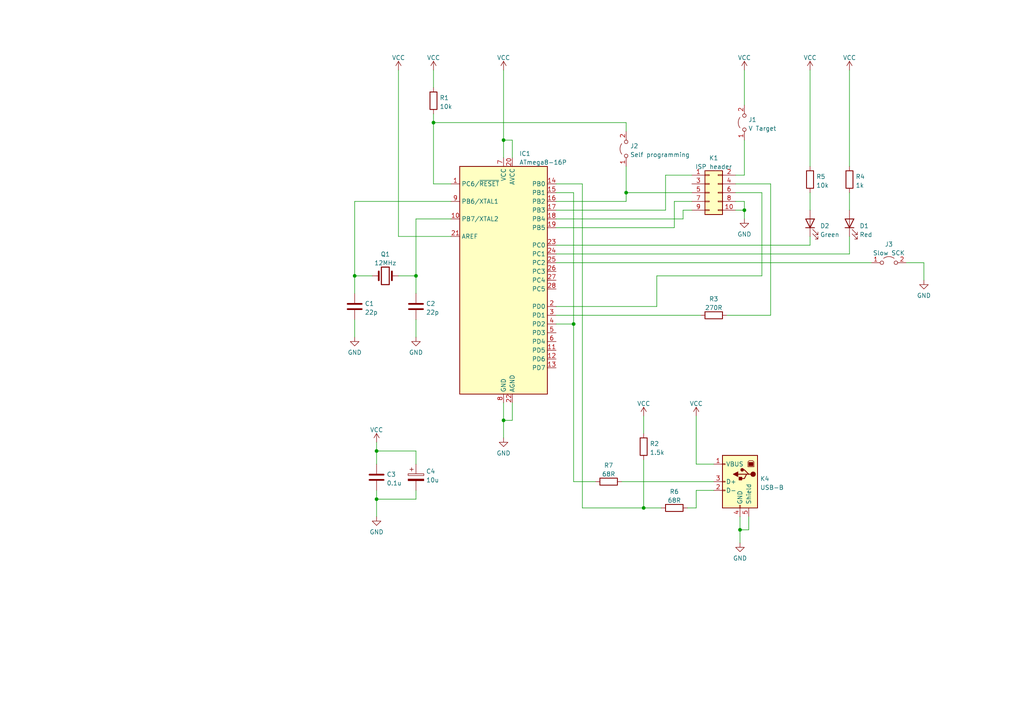
<source format=kicad_sch>
(kicad_sch (version 20231120) (generator "eeschema") (generator_version "8.0")
  (paper "A4")
  (lib_symbols
    (symbol "Connector:USB_B" (pin_names (offset 1.016))
      (property "Reference" "J" (at -5.08 11.43 0))
      (property "Value" "USB_B" (at -5.08 8.89 0))
      (symbol "USB_B_0_1"
        (rectangle (start -5.08 -7.62) (end 5.08 7.62) (stroke (width 0.254)) (fill (type background)))
        (circle (center -3.81 2.159) (radius 0.635) (stroke (width 0.254)) (fill (type outline)))
        (rectangle (start -3.81 5.588) (end -2.54 4.572) (fill (type outline)))
        (circle (center -0.635 3.429) (radius 0.381) (stroke (width 0.254)) (fill (type outline)))
        (rectangle (start -0.127 -7.62) (end 0.127 -6.858))
        (polyline (pts (xy -1.905 2.159) (xy 0.635 2.159)) (stroke (width 0.254)))
        (polyline (pts (xy -3.175 2.159) (xy -2.54 2.159) (xy -1.27 3.429) (xy -0.635 3.429)) (stroke (width 0.254)))
        (polyline (pts (xy -2.54 2.159) (xy -1.905 2.159) (xy -1.27 0.889) (xy 0 0.889)) (stroke (width 0.254)))
        (polyline (pts (xy 0.635 2.794) (xy 0.635 1.524) (xy 1.905 2.159) (xy 0.635 2.794)) (stroke (width 0.254)) (fill (type outline)))
        (polyline (pts (xy -4.064 4.318) (xy -2.286 4.318) (xy -2.286 5.715) (xy -2.667 6.096) (xy -3.683 6.096) (xy -4.064 5.715) (xy -4.064 4.318)))
        (rectangle (start 0.254 1.27) (end -0.508 0.508) (stroke (width 0.254)) (fill (type outline)))
        (rectangle (start 5.08 -2.667) (end 4.318 -2.413))
        (rectangle (start 5.08 -0.127) (end 4.318 0.127))
        (rectangle (start 5.08 4.953) (end 4.318 5.207))
      )
      (symbol "USB_B_1_1"
        (pin power_out line (at 7.62 5.08 180) (length 2.54) (name "VBUS") (number "1"))
        (pin bidirectional line (at 7.62 -2.54 180) (length 2.54) (name "D-") (number "2"))
        (pin bidirectional line (at 7.62 0 180) (length 2.54) (name "D+") (number "3"))
        (pin power_out line (at 0 -10.16 90) (length 2.54) (name "GND") (number "4"))
        (pin passive line (at -2.54 -10.16 90) (length 2.54) (name "Shield") (number "5"))
      )
    )
    (symbol "Connector_Generic:Conn_02x05_Odd_Even" (pin_names (offset 1.016) hide)
      (property "Reference" "J" (at 1.27 7.62 0))
      (property "Value" "Conn_02x05_Odd_Even" (at 1.27 -7.62 0))
      (symbol "Conn_02x05_Odd_Even_1_1"
        (rectangle (start -1.27 -4.953) (end 0 -5.207) (stroke (width 0.1524)))
        (rectangle (start -1.27 -2.413) (end 0 -2.667) (stroke (width 0.1524)))
        (rectangle (start -1.27 0.127) (end 0 -0.127) (stroke (width 0.1524)))
        (rectangle (start -1.27 2.667) (end 0 2.413) (stroke (width 0.1524)))
        (rectangle (start -1.27 5.207) (end 0 4.953) (stroke (width 0.1524)))
        (rectangle (start -1.27 6.35) (end 3.81 -6.35) (stroke (width 0.254)) (fill (type background)))
        (rectangle (start 3.81 -4.953) (end 2.54 -5.207) (stroke (width 0.1524)))
        (rectangle (start 3.81 -2.413) (end 2.54 -2.667) (stroke (width 0.1524)))
        (rectangle (start 3.81 0.127) (end 2.54 -0.127) (stroke (width 0.1524)))
        (rectangle (start 3.81 2.667) (end 2.54 2.413) (stroke (width 0.1524)))
        (rectangle (start 3.81 5.207) (end 2.54 4.953) (stroke (width 0.1524)))
        (pin passive line (at -5.08 5.08 0) (length 3.81) (name "Pin_1") (number "1"))
        (pin passive line (at 7.62 -5.08 180) (length 3.81) (name "Pin_10") (number "10"))
        (pin passive line (at 7.62 5.08 180) (length 3.81) (name "Pin_2") (number "2"))
        (pin passive line (at -5.08 2.54 0) (length 3.81) (name "Pin_3") (number "3"))
        (pin passive line (at 7.62 2.54 180) (length 3.81) (name "Pin_4") (number "4"))
        (pin passive line (at -5.08 0 0) (length 3.81) (name "Pin_5") (number "5"))
        (pin passive line (at 7.62 0 180) (length 3.81) (name "Pin_6") (number "6"))
        (pin passive line (at -5.08 -2.54 0) (length 3.81) (name "Pin_7") (number "7"))
        (pin passive line (at 7.62 -2.54 180) (length 3.81) (name "Pin_8") (number "8"))
        (pin passive line (at -5.08 -5.08 0) (length 3.81) (name "Pin_9") (number "9"))
      )
    )
    (symbol "Device:C" (pin_numbers hide) (pin_names (offset 0.254))
      (property "Reference" "C" (at 0.635 2.54 0))
      (property "Value" "C" (at 0.635 -2.54 0))
      (symbol "C_0_1"
        (polyline (pts (xy -2.032 -0.762) (xy 2.032 -0.762)) (stroke (width 0.508)))
        (polyline (pts (xy -2.032 0.762) (xy 2.032 0.762)) (stroke (width 0.508)))
      )
      (symbol "C_1_1"
        (pin passive line (at 0 3.81 270) (length 2.794) (name "~") (number "1"))
        (pin passive line (at 0 -3.81 90) (length 2.794) (name "~") (number "2"))
      )
    )
    (symbol "Device:C_Polarized" (pin_numbers hide) (pin_names (offset 0.254))
      (property "Reference" "C" (at 0.635 2.54 0))
      (property "Value" "C_Polarized" (at 0.635 -2.54 0))
      (symbol "C_Polarized_0_1"
        (rectangle (start -2.286 0.508) (end 2.286 1.016))
        (polyline (pts (xy -1.778 2.286) (xy -0.762 2.286)))
        (polyline (pts (xy -1.27 2.794) (xy -1.27 1.778)))
        (rectangle (start 2.286 -0.508) (end -2.286 -1.016) (fill (type outline)))
      )
      (symbol "C_Polarized_1_1"
        (pin passive line (at 0 3.81 270) (length 2.794) (name "~") (number "1"))
        (pin passive line (at 0 -3.81 90) (length 2.794) (name "~") (number "2"))
      )
    )
    (symbol "Device:Crystal" (pin_numbers hide) (pin_names (offset 1.016) hide)
      (property "Reference" "Y" (at 0 3.81 0))
      (property "Value" "Crystal" (at 0 -3.81 0))
      (symbol "Crystal_0_1"
        (rectangle (start -1.143 2.54) (end 1.143 -2.54) (stroke (width 0.3048)))
        (polyline (pts (xy -2.54 0) (xy -1.905 0)))
        (polyline (pts (xy -1.905 -1.27) (xy -1.905 1.27)) (stroke (width 0.508)))
        (polyline (pts (xy 1.905 -1.27) (xy 1.905 1.27)) (stroke (width 0.508)))
        (polyline (pts (xy 2.54 0) (xy 1.905 0)))
      )
      (symbol "Crystal_1_1"
        (pin passive line (at -3.81 0 0) (length 1.27) (name "1") (number "1"))
        (pin passive line (at 3.81 0 180) (length 1.27) (name "2") (number "2"))
      )
    )
    (symbol "Device:LED" (pin_numbers hide) (pin_names (offset 1.016) hide)
      (property "Reference" "D" (at 0 2.54 0))
      (property "Value" "LED" (at 0 -2.54 0))
      (symbol "LED_0_1"
        (polyline (pts (xy -1.27 -1.27) (xy -1.27 1.27)) (stroke (width 0.254)))
        (polyline (pts (xy -1.27 0) (xy 1.27 0)))
        (polyline (pts (xy 1.27 -1.27) (xy 1.27 1.27) (xy -1.27 0) (xy 1.27 -1.27)) (stroke (width 0.254)))
        (polyline (pts (xy -3.048 -0.762) (xy -4.572 -2.286) (xy -3.81 -2.286) (xy -4.572 -2.286) (xy -4.572 -1.524)))
        (polyline (pts (xy -1.778 -0.762) (xy -3.302 -2.286) (xy -2.54 -2.286) (xy -3.302 -2.286) (xy -3.302 -1.524)))
      )
      (symbol "LED_1_1"
        (pin passive line (at -3.81 0 0) (length 2.54) (name "K") (number "1"))
        (pin passive line (at 3.81 0 180) (length 2.54) (name "A") (number "2"))
      )
    )
    (symbol "Device:R" (pin_numbers hide) (pin_names (offset 0))
      (property "Reference" "R" (at 2.032 0 90))
      (property "Value" "R" (at 0 0 90))
      (symbol "R_0_1"
        (rectangle (start -1.016 -2.54) (end 1.016 2.54) (stroke (width 0.254)))
      )
      (symbol "R_1_1"
        (pin passive line (at 0 3.81 270) (length 1.27) (name "~") (number "1"))
        (pin passive line (at 0 -3.81 90) (length 1.27) (name "~") (number "2"))
      )
    )
    (symbol "Jumper:Jumper_2_Open" (pin_names (offset 0) hide)
      (property "Reference" "JP" (at 0 2.794 0))
      (property "Value" "Jumper_2_Open" (at 0 -2.286 0))
      (symbol "Jumper_2_Open_0_0"
        (circle (center -2.032 0) (radius 0.508))
        (circle (center 2.032 0) (radius 0.508))
      )
      (symbol "Jumper_2_Open_0_1"
        (arc (start 1.524 1.27) (mid 0 1.778) (end -1.524 1.27))
      )
      (symbol "Jumper_2_Open_1_1"
        (pin passive line (at -5.08 0 0) (length 2.54) (name "A") (number "1"))
        (pin passive line (at 5.08 0 180) (length 2.54) (name "B") (number "2"))
      )
    )
    (symbol "MCU_Microchip_ATmega:ATmega8-16P"
      (property "Reference" "U" (at -12.7 34.29 0))
      (property "Value" "ATmega8-16P" (at 5.08 -34.29 0))
      (symbol "ATmega8-16P_0_1"
        (rectangle (start -12.7 -33.02) (end 12.7 33.02) (stroke (width 0.254)) (fill (type background)))
      )
      (symbol "ATmega8-16P_1_1"
        (pin bidirectional line (at -15.24 27.94 0) (length 2.54) (name "PC6/~{RESET}") (number "1"))
        (pin bidirectional line (at -15.24 17.78 0) (length 2.54) (name "PB7/XTAL2") (number "10"))
        (pin bidirectional line (at 15.24 -20.32 180) (length 2.54) (name "PD5") (number "11"))
        (pin bidirectional line (at 15.24 -22.86 180) (length 2.54) (name "PD6") (number "12"))
        (pin bidirectional line (at 15.24 -25.4 180) (length 2.54) (name "PD7") (number "13"))
        (pin bidirectional line (at 15.24 27.94 180) (length 2.54) (name "PB0") (number "14"))
        (pin bidirectional line (at 15.24 25.4 180) (length 2.54) (name "PB1") (number "15"))
        (pin bidirectional line (at 15.24 22.86 180) (length 2.54) (name "PB2") (number "16"))
        (pin bidirectional line (at 15.24 20.32 180) (length 2.54) (name "PB3") (number "17"))
        (pin bidirectional line (at 15.24 17.78 180) (length 2.54) (name "PB4") (number "18"))
        (pin bidirectional line (at 15.24 15.24 180) (length 2.54) (name "PB5") (number "19"))
        (pin bidirectional line (at 15.24 -7.62 180) (length 2.54) (name "PD0") (number "2"))
        (pin power_in line (at 2.54 35.56 270) (length 2.54) (name "AVCC") (number "20"))
        (pin passive line (at -15.24 12.7 0) (length 2.54) (name "AREF") (number "21"))
        (pin power_in line (at 2.54 -35.56 90) (length 2.54) (name "AGND") (number "22"))
        (pin bidirectional line (at 15.24 10.16 180) (length 2.54) (name "PC0") (number "23"))
        (pin bidirectional line (at 15.24 7.62 180) (length 2.54) (name "PC1") (number "24"))
        (pin bidirectional line (at 15.24 5.08 180) (length 2.54) (name "PC2") (number "25"))
        (pin bidirectional line (at 15.24 2.54 180) (length 2.54) (name "PC3") (number "26"))
        (pin bidirectional line (at 15.24 0 180) (length 2.54) (name "PC4") (number "27"))
        (pin bidirectional line (at 15.24 -2.54 180) (length 2.54) (name "PC5") (number "28"))
        (pin bidirectional line (at 15.24 -10.16 180) (length 2.54) (name "PD1") (number "3"))
        (pin bidirectional line (at 15.24 -12.7 180) (length 2.54) (name "PD2") (number "4"))
        (pin bidirectional line (at 15.24 -15.24 180) (length 2.54) (name "PD3") (number "5"))
        (pin bidirectional line (at 15.24 -17.78 180) (length 2.54) (name "PD4") (number "6"))
        (pin power_in line (at 0 35.56 270) (length 2.54) (name "VCC") (number "7"))
        (pin power_in line (at 0 -35.56 90) (length 2.54) (name "GND") (number "8"))
        (pin bidirectional line (at -15.24 22.86 0) (length 2.54) (name "PB6/XTAL1") (number "9"))
      )
    )
    (symbol "power:GND" (power) (pin_names (offset 0))
      (property "Value" "GND" (at 0 -3.81 0))
      (symbol "GND_0_1"
        (polyline (pts (xy 0 0) (xy 0 -1.27) (xy 1.27 -1.27) (xy 0 -2.54) (xy -1.27 -1.27) (xy 0 -1.27)))
      )
      (symbol "GND_1_1"
        (pin power_in line (at 0 0 270) (length 0) hide (name "GND") (number "1"))
      )
    )
    (symbol "power:VCC" (power) (pin_names (offset 0))
      (property "Value" "VCC" (at 0 3.81 0))
      (symbol "VCC_0_1"
        (polyline (pts (xy -0.762 1.27) (xy 0 2.54)))
        (polyline (pts (xy 0 0) (xy 0 2.54)))
        (polyline (pts (xy 0 2.54) (xy 0.762 1.27)))
      )
      (symbol "VCC_1_1"
        (pin power_in line (at 0 0 90) (length 0) hide (name "VCC") (number "1"))
      )
    )
  )
  (junction (at 215.9 60.96))
  (junction (at 146.05 40.64))
  (junction (at 181.61 55.88))
  (junction (at 146.05 121.92))
  (junction (at 166.37 93.98))
  (junction (at 214.63 153.67))
  (junction (at 109.22 144.78))
  (junction (at 125.73 35.56))
  (junction (at 109.22 130.81))
  (junction (at 102.87 80.01))
  (junction (at 120.65 80.01))
  (junction (at 186.69 147.32))
  (wire (pts (xy 220.98 80.01) (xy 220.98 55.88)))
  (wire (pts (xy 193.04 50.8) (xy 200.66 50.8)))
  (wire (pts (xy 198.12 63.5) (xy 198.12 60.96)))
  (wire (pts (xy 220.98 55.88) (xy 213.36 55.88)))
  (wire (pts (xy 161.29 93.98) (xy 166.37 93.98)))
  (wire (pts (xy 161.29 88.9) (xy 190.5 88.9)))
  (wire (pts (xy 148.59 45.72) (xy 148.59 40.64)))
  (wire (pts (xy 102.87 85.09) (xy 102.87 80.01)))
  (wire (pts (xy 215.9 58.42) (xy 215.9 60.96)))
  (wire (pts (xy 161.29 63.5) (xy 198.12 63.5)))
  (wire (pts (xy 214.63 153.67) (xy 217.17 153.67)))
  (wire (pts (xy 125.73 35.56) (xy 181.61 35.56)))
  (wire (pts (xy 148.59 116.84) (xy 148.59 121.92)))
  (wire (pts (xy 120.65 130.81) (xy 120.65 134.62)))
  (wire (pts (xy 120.65 92.71) (xy 120.65 97.79)))
  (wire (pts (xy 146.05 121.92) (xy 146.05 127)))
  (wire (pts (xy 130.81 68.58) (xy 115.57 68.58)))
  (wire (pts (xy 120.65 63.5) (xy 130.81 63.5)))
  (wire (pts (xy 186.69 120.65) (xy 186.69 125.73)))
  (wire (pts (xy 148.59 40.64) (xy 146.05 40.64)))
  (wire (pts (xy 161.29 71.12) (xy 234.95 71.12)))
  (wire (pts (xy 146.05 40.64) (xy 146.05 45.72)))
  (wire (pts (xy 234.95 20.32) (xy 234.95 48.26)))
  (wire (pts (xy 180.34 139.7) (xy 207.01 139.7)))
  (wire (pts (xy 161.29 76.2) (xy 252.73 76.2)))
  (wire (pts (xy 168.91 53.34) (xy 168.91 147.32)))
  (wire (pts (xy 181.61 55.88) (xy 200.66 55.88)))
  (wire (pts (xy 166.37 55.88) (xy 166.37 93.98)))
  (wire (pts (xy 213.36 53.34) (xy 223.52 53.34)))
  (wire (pts (xy 198.12 60.96) (xy 200.66 60.96)))
  (wire (pts (xy 115.57 20.32) (xy 115.57 68.58)))
  (wire (pts (xy 193.04 60.96) (xy 193.04 50.8)))
  (wire (pts (xy 120.65 80.01) (xy 120.65 63.5)))
  (wire (pts (xy 109.22 144.78) (xy 109.22 149.86)))
  (wire (pts (xy 201.93 134.62) (xy 201.93 120.65)))
  (wire (pts (xy 213.36 60.96) (xy 215.9 60.96)))
  (wire (pts (xy 207.01 134.62) (xy 201.93 134.62)))
  (wire (pts (xy 195.58 58.42) (xy 200.66 58.42)))
  (wire (pts (xy 161.29 58.42) (xy 181.61 58.42)))
  (wire (pts (xy 190.5 88.9) (xy 190.5 80.01)))
  (wire (pts (xy 246.38 55.88) (xy 246.38 60.96)))
  (wire (pts (xy 166.37 93.98) (xy 166.37 139.7)))
  (wire (pts (xy 161.29 73.66) (xy 246.38 73.66)))
  (wire (pts (xy 109.22 130.81) (xy 120.65 130.81)))
  (wire (pts (xy 109.22 130.81) (xy 109.22 134.62)))
  (wire (pts (xy 181.61 48.26) (xy 181.61 55.88)))
  (wire (pts (xy 120.65 144.78) (xy 120.65 142.24)))
  (wire (pts (xy 199.39 147.32) (xy 201.93 147.32)))
  (wire (pts (xy 214.63 153.67) (xy 214.63 157.48)))
  (wire (pts (xy 214.63 149.86) (xy 214.63 153.67)))
  (wire (pts (xy 168.91 147.32) (xy 186.69 147.32)))
  (wire (pts (xy 186.69 133.35) (xy 186.69 147.32)))
  (wire (pts (xy 215.9 60.96) (xy 215.9 63.5)))
  (wire (pts (xy 246.38 73.66) (xy 246.38 68.58)))
  (wire (pts (xy 213.36 58.42) (xy 215.9 58.42)))
  (wire (pts (xy 215.9 50.8) (xy 215.9 40.64)))
  (wire (pts (xy 102.87 92.71) (xy 102.87 97.79)))
  (wire (pts (xy 130.81 53.34) (xy 125.73 53.34)))
  (wire (pts (xy 215.9 20.32) (xy 215.9 30.48)))
  (wire (pts (xy 109.22 144.78) (xy 120.65 144.78)))
  (wire (pts (xy 102.87 58.42) (xy 130.81 58.42)))
  (wire (pts (xy 262.89 76.2) (xy 267.97 76.2)))
  (wire (pts (xy 217.17 149.86) (xy 217.17 153.67)))
  (wire (pts (xy 161.29 60.96) (xy 193.04 60.96)))
  (wire (pts (xy 109.22 128.27) (xy 109.22 130.81)))
  (wire (pts (xy 125.73 53.34) (xy 125.73 35.56)))
  (wire (pts (xy 109.22 142.24) (xy 109.22 144.78)))
  (wire (pts (xy 120.65 80.01) (xy 120.65 85.09)))
  (wire (pts (xy 102.87 80.01) (xy 107.95 80.01)))
  (wire (pts (xy 148.59 121.92) (xy 146.05 121.92)))
  (wire (pts (xy 210.82 91.44) (xy 223.52 91.44)))
  (wire (pts (xy 146.05 116.84) (xy 146.05 121.92)))
  (wire (pts (xy 186.69 147.32) (xy 191.77 147.32)))
  (wire (pts (xy 213.36 50.8) (xy 215.9 50.8)))
  (wire (pts (xy 181.61 55.88) (xy 181.61 58.42)))
  (wire (pts (xy 246.38 20.32) (xy 246.38 48.26)))
  (wire (pts (xy 161.29 66.04) (xy 195.58 66.04)))
  (wire (pts (xy 195.58 66.04) (xy 195.58 58.42)))
  (wire (pts (xy 190.5 80.01) (xy 220.98 80.01)))
  (wire (pts (xy 234.95 55.88) (xy 234.95 60.96)))
  (wire (pts (xy 125.73 20.32) (xy 125.73 25.4)))
  (wire (pts (xy 125.73 35.56) (xy 125.73 33.02)))
  (wire (pts (xy 166.37 139.7) (xy 172.72 139.7)))
  (wire (pts (xy 161.29 53.34) (xy 168.91 53.34)))
  (wire (pts (xy 161.29 91.44) (xy 203.2 91.44)))
  (wire (pts (xy 146.05 20.32) (xy 146.05 40.64)))
  (wire (pts (xy 181.61 38.1) (xy 181.61 35.56)))
  (wire (pts (xy 223.52 91.44) (xy 223.52 53.34)))
  (wire (pts (xy 115.57 80.01) (xy 120.65 80.01)))
  (wire (pts (xy 102.87 58.42) (xy 102.87 80.01)))
  (wire (pts (xy 201.93 147.32) (xy 201.93 142.24)))
  (wire (pts (xy 267.97 76.2) (xy 267.97 81.28)))
  (wire (pts (xy 234.95 71.12) (xy 234.95 68.58)))
  (wire (pts (xy 201.93 142.24) (xy 207.01 142.24)))
  (wire (pts (xy 161.29 55.88) (xy 166.37 55.88)))
  (symbol (lib_id "Device:LED") (at 246.38 64.77 90) (unit 1)
    (property "Reference" "D1" (at 249.301 65.5228 90) (effects (justify right)))
    (property "Value" "Red" (at 249.301 68.0597 90) (effects (justify right)))
    (property "Footprint" "My_Misc:LED_D5.0mm_larger_pads" (effects (hide yes)))
  )
  (symbol (lib_id "Connector:USB_B") (at 214.63 139.7 0) (mirror y) (unit 1)
    (property "Reference" "K4" (at 220.472 138.8653 0) (effects (justify right)))
    (property "Value" "USB-B" (at 220.472 141.4022 0) (effects (justify right)))
    (property "Footprint" "My_Misc:USB_B_OST_USB-B1HSxx_Horizontal_large" (effects (hide yes)))
    (property "Datasheet" " ~" (effects (hide yes)))
  )
  (symbol (lib_id "Device:C") (at 102.87 88.9 0) (unit 1)
    (property "Reference" "C1" (at 105.791 88.0653 0) (effects (justify left)))
    (property "Value" "22p" (at 105.791 90.6022 0) (effects (justify left)))
    (property "Footprint" "My_Misc:C_Disc_D3.0mm_W1.6mm_P2.50mm_larg" (effects (hide yes)))
  )
  (symbol (lib_id "power:VCC") (at 246.38 20.32 0) (unit 1)
    (property "Reference" "#PWR0110" (effects (hide yes)))
    (property "Value" "VCC" (at 246.38 16.7442 0))
  )
  (symbol (lib_id "Device:R") (at 176.53 139.7 90) (unit 1)
    (property "Reference" "R7" (at 176.53 134.9842 90))
    (property "Value" "68R" (at 176.53 137.5211 90))
    (property "Footprint" "My_Misc:R_Axial_DIN0207_L6.3mm_D2.5mm_P10.16mm_Horizontal_larger_pads" (effects (hide yes)))
  )
  (symbol (lib_id "Jumper:Jumper_2_Open") (at 257.81 76.2 0) (unit 1)
    (property "Reference" "J3" (at 257.81 70.8492 0))
    (property "Value" "Slow SCK" (at 257.81 73.3861 0))
    (property "Footprint" "My_Parts:Jumper_1x02_P2.54mm_large" (effects (hide yes)))
  )
  (symbol (lib_id "Jumper:Jumper_2_Open") (at 215.9 35.56 90) (unit 1)
    (property "Reference" "J1" (at 217.043 34.7253 90) (effects (justify right)))
    (property "Value" "V Target" (at 217.043 37.2622 90) (effects (justify right)))
    (property "Footprint" "My_Parts:Jumper_1x02_P2.54mm_large" (effects (hide yes)))
  )
  (symbol (lib_id "power:VCC") (at 215.9 20.32 0) (unit 1)
    (property "Reference" "#PWR0112" (effects (hide yes)))
    (property "Value" "VCC" (at 215.9 16.7442 0))
  )
  (symbol (lib_id "Device:R") (at 207.01 91.44 90) (unit 1)
    (property "Reference" "R3" (at 207.01 86.7242 90))
    (property "Value" "270R" (at 207.01 89.2611 90))
    (property "Footprint" "My_Misc:R_Axial_DIN0207_L6.3mm_D2.5mm_P10.16mm_Horizontal_larger_pads" (effects (hide yes)))
  )
  (symbol (lib_id "power:GND") (at 146.05 127 0) (unit 1)
    (property "Reference" "#PWR0107" (effects (hide yes)))
    (property "Value" "GND" (at 146.05 131.4434 0))
  )
  (symbol (lib_id "power:GND") (at 214.63 157.48 0) (unit 1)
    (property "Reference" "#PWR0103" (effects (hide yes)))
    (property "Value" "GND" (at 214.63 161.9234 0))
  )
  (symbol (lib_id "power:GND") (at 102.87 97.79 0) (unit 1)
    (property "Reference" "#PWR0114" (effects (hide yes)))
    (property "Value" "GND" (at 102.87 102.2334 0))
  )
  (symbol (lib_id "power:VCC") (at 186.69 120.65 0) (unit 1)
    (property "Reference" "#PWR0102" (effects (hide yes)))
    (property "Value" "VCC" (at 186.69 117.0742 0))
  )
  (symbol (lib_id "power:GND") (at 215.9 63.5 0) (unit 1)
    (property "Reference" "#PWR0111" (effects (hide yes)))
    (property "Value" "GND" (at 215.9 67.9434 0))
  )
  (symbol (lib_id "Device:R") (at 125.73 29.21 0) (unit 1)
    (property "Reference" "R1" (at 127.508 28.3753 0) (effects (justify left)))
    (property "Value" "10k" (at 127.508 30.9122 0) (effects (justify left)))
    (property "Footprint" "My_Misc:R_Axial_DIN0207_L6.3mm_D2.5mm_P10.16mm_Horizontal_larger_pads" (effects (hide yes)))
  )
  (symbol (lib_id "Device:R") (at 195.58 147.32 90) (unit 1)
    (property "Reference" "R6" (at 195.58 142.6042 90))
    (property "Value" "68R" (at 195.58 145.1411 90))
    (property "Footprint" "My_Misc:R_Axial_DIN0207_L6.3mm_D2.5mm_P10.16mm_Horizontal_larger_pads" (effects (hide yes)))
  )
  (symbol (lib_id "Device:C") (at 109.22 138.43 0) (unit 1)
    (property "Reference" "C3" (at 112.141 137.5953 0) (effects (justify left)))
    (property "Value" "0.1u" (at 112.141 140.1322 0) (effects (justify left)))
    (property "Footprint" "My_Misc:C_Disc_D3.0mm_W1.6mm_P2.50mm_larg" (effects (hide yes)))
  )
  (symbol (lib_id "power:VCC") (at 201.93 120.65 0) (unit 1)
    (property "Reference" "#PWR0101" (effects (hide yes)))
    (property "Value" "VCC" (at 201.93 117.0742 0))
  )
  (symbol (lib_id "Device:Crystal") (at 111.76 80.01 0) (unit 1)
    (property "Reference" "Q1" (at 111.76 73.7448 0))
    (property "Value" "12MHz" (at 111.76 76.2817 0))
    (property "Footprint" "My_Misc:Crystal_HC49-4H_Vertical_large" (effects (hide yes)))
  )
  (symbol (lib_id "Device:C_Polarized") (at 120.65 138.43 0) (unit 1)
    (property "Reference" "C4" (at 123.571 136.7063 0) (effects (justify left)))
    (property "Value" "10u" (at 123.571 139.2432 0) (effects (justify left)))
    (property "Footprint" "My_Misc:CP_Radial_D5.0mm_P2.50mm_larger_pads" (effects (hide yes)))
  )
  (symbol (lib_id "Device:R") (at 246.38 52.07 0) (unit 1)
    (property "Reference" "R4" (at 248.158 51.2353 0) (effects (justify left)))
    (property "Value" "1k" (at 248.158 53.7722 0) (effects (justify left)))
    (property "Footprint" "My_Misc:R_Axial_DIN0207_L6.3mm_D2.5mm_P10.16mm_Horizontal_larger_pads" (effects (hide yes)))
  )
  (symbol (lib_id "Jumper:Jumper_2_Open") (at 181.61 43.18 90) (unit 1)
    (property "Reference" "J2" (at 182.753 42.3453 90) (effects (justify right)))
    (property "Value" "Self programming" (at 182.753 44.8822 90) (effects (justify right)))
    (property "Footprint" "My_Parts:Jumper_1x02_P2.54mm_large" (effects (hide yes)))
  )
  (symbol (lib_id "power:VCC") (at 115.57 20.32 0) (unit 1)
    (property "Reference" "#PWR0105" (effects (hide yes)))
    (property "Value" "VCC" (at 115.57 16.7442 0))
  )
  (symbol (lib_id "power:VCC") (at 125.73 20.32 0) (unit 1)
    (property "Reference" "#PWR0104" (effects (hide yes)))
    (property "Value" "VCC" (at 125.73 16.7442 0))
  )
  (symbol (lib_id "power:GND") (at 120.65 97.79 0) (unit 1)
    (property "Reference" "#PWR0113" (effects (hide yes)))
    (property "Value" "GND" (at 120.65 102.2334 0))
  )
  (symbol (lib_id "power:VCC") (at 109.22 128.27 0) (unit 1)
    (property "Reference" "#PWR0115" (effects (hide yes)))
    (property "Value" "VCC" (at 109.22 124.6942 0))
  )
  (symbol (lib_id "Device:C") (at 120.65 88.9 0) (unit 1)
    (property "Reference" "C2" (at 123.571 88.0653 0) (effects (justify left)))
    (property "Value" "22p" (at 123.571 90.6022 0) (effects (justify left)))
    (property "Footprint" "My_Misc:C_Disc_D3.0mm_W1.6mm_P2.50mm_larg" (effects (hide yes)))
  )
  (symbol (lib_id "Device:LED") (at 234.95 64.77 90) (unit 1)
    (property "Reference" "D2" (at 237.871 65.5228 90) (effects (justify right)))
    (property "Value" "Green" (at 237.871 68.0597 90) (effects (justify right)))
    (property "Footprint" "My_Misc:LED_D5.0mm_larger_pads" (effects (hide yes)))
  )
  (symbol (lib_id "power:VCC") (at 234.95 20.32 0) (unit 1)
    (property "Reference" "#PWR0109" (effects (hide yes)))
    (property "Value" "VCC" (at 234.95 16.7442 0))
  )
  (symbol (lib_id "Device:R") (at 186.69 129.54 0) (unit 1)
    (property "Reference" "R2" (at 188.468 128.7053 0) (effects (justify left)))
    (property "Value" "1.5k" (at 188.468 131.2422 0) (effects (justify left)))
    (property "Footprint" "My_Misc:R_Axial_DIN0207_L6.3mm_D2.5mm_P10.16mm_Horizontal_larger_pads" (effects (hide yes)))
  )
  (symbol (lib_id "power:VCC") (at 146.05 20.32 0) (unit 1)
    (property "Reference" "#PWR0106" (effects (hide yes)))
    (property "Value" "VCC" (at 146.05 16.7442 0))
  )
  (symbol (lib_id "power:GND") (at 267.97 81.28 0) (unit 1)
    (property "Reference" "#PWR0108" (effects (hide yes)))
    (property "Value" "GND" (at 267.97 85.7234 0))
  )
  (symbol (lib_id "Device:R") (at 234.95 52.07 0) (unit 1)
    (property "Reference" "R5" (at 236.728 51.2353 0) (effects (justify left)))
    (property "Value" "10k" (at 236.728 53.7722 0) (effects (justify left)))
    (property "Footprint" "My_Misc:R_Axial_DIN0207_L6.3mm_D2.5mm_P10.16mm_Horizontal_larger_pads" (effects (hide yes)))
  )
  (symbol (lib_id "Connector_Generic:Conn_02x05_Odd_Even") (at 205.74 55.88 0) (unit 1)
    (property "Reference" "K1" (at 207.01 45.8302 0))
    (property "Value" "ISP header" (at 207.01 48.3671 0))
    (property "Footprint" "My_Headers:2x5_ISP_header_large" (effects (hide yes)))
  )
  (symbol (lib_id "power:GND") (at 109.22 149.86 0) (unit 1)
    (property "Reference" "#PWR0116" (effects (hide yes)))
    (property "Value" "GND" (at 109.22 154.3034 0))
  )
  (symbol (lib_id "MCU_Microchip_ATmega:ATmega8-16P") (at 146.05 81.28 0) (unit 1)
    (property "Reference" "IC1" (at 150.6094 44.5602 0) (effects (justify left)))
    (property "Value" "ATmega8-16P" (at 150.6094 47.0971 0) (effects (justify left)))
    (property "Footprint" "Package_DIP:DIP-28_W7.62mm_LongPads" (effects (hide yes)))
    (property "Datasheet" "http://ww1.microchip.com/downloads/en/DeviceDoc/atmel-2486-8-bit-avr-microcontroller-atmega8_l_datasheet.pdf" (effects (hide yes)))
  )
)
</source>
